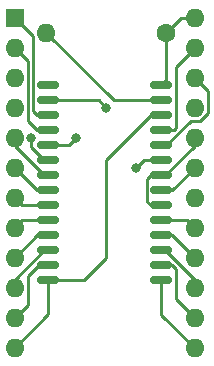
<source format=gtl>
G04 #@! TF.GenerationSoftware,KiCad,Pcbnew,7.0.9*
G04 #@! TF.CreationDate,2024-04-24T12:06:22-07:00*
G04 #@! TF.ProjectId,sop28-to-dip-24-rom-adapter,736f7032-382d-4746-9f2d-6469702d3234,2B*
G04 #@! TF.SameCoordinates,Original*
G04 #@! TF.FileFunction,Copper,L1,Top*
G04 #@! TF.FilePolarity,Positive*
%FSLAX46Y46*%
G04 Gerber Fmt 4.6, Leading zero omitted, Abs format (unit mm)*
G04 Created by KiCad (PCBNEW 7.0.9) date 2024-04-24 12:06:22*
%MOMM*%
%LPD*%
G01*
G04 APERTURE LIST*
G04 Aperture macros list*
%AMRoundRect*
0 Rectangle with rounded corners*
0 $1 Rounding radius*
0 $2 $3 $4 $5 $6 $7 $8 $9 X,Y pos of 4 corners*
0 Add a 4 corners polygon primitive as box body*
4,1,4,$2,$3,$4,$5,$6,$7,$8,$9,$2,$3,0*
0 Add four circle primitives for the rounded corners*
1,1,$1+$1,$2,$3*
1,1,$1+$1,$4,$5*
1,1,$1+$1,$6,$7*
1,1,$1+$1,$8,$9*
0 Add four rect primitives between the rounded corners*
20,1,$1+$1,$2,$3,$4,$5,0*
20,1,$1+$1,$4,$5,$6,$7,0*
20,1,$1+$1,$6,$7,$8,$9,0*
20,1,$1+$1,$8,$9,$2,$3,0*%
G04 Aperture macros list end*
G04 #@! TA.AperFunction,ComponentPad*
%ADD10C,1.600000*%
G04 #@! TD*
G04 #@! TA.AperFunction,ComponentPad*
%ADD11O,1.600000X1.600000*%
G04 #@! TD*
G04 #@! TA.AperFunction,SMDPad,CuDef*
%ADD12RoundRect,0.150000X-0.750000X-0.150000X0.750000X-0.150000X0.750000X0.150000X-0.750000X0.150000X0*%
G04 #@! TD*
G04 #@! TA.AperFunction,ComponentPad*
%ADD13R,1.600000X1.600000*%
G04 #@! TD*
G04 #@! TA.AperFunction,ViaPad*
%ADD14C,0.800000*%
G04 #@! TD*
G04 #@! TA.AperFunction,Conductor*
%ADD15C,0.250000*%
G04 #@! TD*
G04 APERTURE END LIST*
D10*
X139700000Y-82550000D03*
D11*
X129540000Y-82550000D03*
D12*
X129665000Y-87000000D03*
X129665000Y-88270000D03*
X129665000Y-89540000D03*
X129665000Y-90810000D03*
X129665000Y-92080000D03*
X129665000Y-93350000D03*
X129665000Y-94620000D03*
X129665000Y-95890000D03*
X129665000Y-97160000D03*
X129665000Y-98430000D03*
X129665000Y-99700000D03*
X129665000Y-100970000D03*
X129665000Y-102240000D03*
X129665000Y-103510000D03*
X139265000Y-103510000D03*
X139265000Y-102240000D03*
X139265000Y-100970000D03*
X139265000Y-99700000D03*
X139265000Y-98430000D03*
X139265000Y-97160000D03*
X139265000Y-95890000D03*
X139265000Y-94620000D03*
X139265000Y-93350000D03*
X139265000Y-92080000D03*
X139265000Y-90810000D03*
X139265000Y-89540000D03*
X139265000Y-88270000D03*
X139265000Y-87000000D03*
D13*
X126840000Y-81280000D03*
D11*
X126840000Y-83820000D03*
X126840000Y-86360000D03*
X126840000Y-88900000D03*
X126840000Y-91440000D03*
X126840000Y-93980000D03*
X126840000Y-96520000D03*
X126840000Y-99060000D03*
X126840000Y-101600000D03*
X126840000Y-104140000D03*
X126840000Y-106680000D03*
X126840000Y-109220000D03*
X142080000Y-109220000D03*
X142080000Y-106680000D03*
X142080000Y-104140000D03*
X142080000Y-101600000D03*
X142080000Y-99060000D03*
X142080000Y-96520000D03*
X142080000Y-93980000D03*
X142080000Y-91440000D03*
X142080000Y-88900000D03*
X142080000Y-86360000D03*
X142080000Y-83820000D03*
X142080000Y-81280000D03*
D14*
X134620000Y-88900000D03*
X132080000Y-91440000D03*
X128239503Y-91440000D03*
X137160000Y-93980000D03*
D15*
X139700000Y-86565000D02*
X139700000Y-82550000D01*
X139265000Y-87000000D02*
X139700000Y-86565000D01*
X140970000Y-81280000D02*
X142080000Y-81280000D01*
X139700000Y-82550000D02*
X140970000Y-81280000D01*
X139265000Y-88270000D02*
X135260000Y-88270000D01*
X135260000Y-88270000D02*
X129540000Y-82550000D01*
X134620000Y-93285001D02*
X138365001Y-89540000D01*
X126840000Y-109220000D02*
X129665000Y-106395000D01*
X134620000Y-101600000D02*
X134620000Y-93285001D01*
X129665000Y-106395000D02*
X129665000Y-103510000D01*
X138365001Y-89540000D02*
X139265000Y-89540000D01*
X129665000Y-103510000D02*
X132710000Y-103510000D01*
X132710000Y-103510000D02*
X134620000Y-101600000D01*
X133990000Y-88270000D02*
X129665000Y-88270000D01*
X134620000Y-88900000D02*
X133990000Y-88270000D01*
X128415000Y-82855000D02*
X126840000Y-81280000D01*
X129665000Y-89540000D02*
X128765001Y-89540000D01*
X128415000Y-89189999D02*
X128415000Y-82855000D01*
X128765001Y-89540000D02*
X128415000Y-89189999D01*
X127965000Y-84945000D02*
X126840000Y-83820000D01*
X128765001Y-90810000D02*
X127965000Y-90009999D01*
X129665000Y-90810000D02*
X128765001Y-90810000D01*
X127965000Y-90009999D02*
X127965000Y-84945000D01*
X131440000Y-92080000D02*
X132080000Y-91440000D01*
X129665000Y-92080000D02*
X131440000Y-92080000D01*
X128239503Y-92230411D02*
X128239503Y-91440000D01*
X129665000Y-93350000D02*
X129359092Y-93350000D01*
X129359092Y-93350000D02*
X128239503Y-92230411D01*
X129665000Y-94620000D02*
X129359092Y-94620000D01*
X126840000Y-92100908D02*
X126840000Y-91440000D01*
X129359092Y-94620000D02*
X126840000Y-92100908D01*
X129665000Y-95890000D02*
X128750000Y-95890000D01*
X128750000Y-95890000D02*
X126840000Y-93980000D01*
X129665000Y-97160000D02*
X127480000Y-97160000D01*
X127480000Y-97160000D02*
X126840000Y-96520000D01*
X127470000Y-98430000D02*
X126840000Y-99060000D01*
X129665000Y-98430000D02*
X127470000Y-98430000D01*
X128740000Y-99700000D02*
X126840000Y-101600000D01*
X129665000Y-99700000D02*
X128740000Y-99700000D01*
X129359092Y-100970000D02*
X129665000Y-100970000D01*
X126840000Y-103489092D02*
X129359092Y-100970000D01*
X126840000Y-104140000D02*
X126840000Y-103489092D01*
X127965000Y-105555000D02*
X127965000Y-103175000D01*
X128900000Y-102240000D02*
X129665000Y-102240000D01*
X126840000Y-106680000D02*
X127965000Y-105555000D01*
X127965000Y-103175000D02*
X128900000Y-102240000D01*
X142080000Y-109220000D02*
X139265000Y-106405000D01*
X139265000Y-106405000D02*
X139265000Y-103510000D01*
X140490000Y-105090000D02*
X142080000Y-106680000D01*
X140164999Y-102240000D02*
X140490000Y-102565001D01*
X140490000Y-102565001D02*
X140490000Y-105090000D01*
X139265000Y-102240000D02*
X140164999Y-102240000D01*
X142080000Y-104140000D02*
X142080000Y-103479092D01*
X139570908Y-100970000D02*
X139265000Y-100970000D01*
X142080000Y-103479092D02*
X139570908Y-100970000D01*
X142080000Y-101600000D02*
X140180000Y-99700000D01*
X140180000Y-99700000D02*
X139265000Y-99700000D01*
X139265000Y-98430000D02*
X141450000Y-98430000D01*
X141450000Y-98430000D02*
X142080000Y-99060000D01*
X139265000Y-95890000D02*
X140170000Y-95890000D01*
X140170000Y-95890000D02*
X142080000Y-93980000D01*
X139570908Y-93350000D02*
X139265000Y-93350000D01*
X137790000Y-93350000D02*
X137160000Y-93980000D01*
X142080000Y-96520000D02*
X142080000Y-95859092D01*
X142080000Y-96520000D02*
X142240000Y-96520000D01*
X139265000Y-93350000D02*
X137790000Y-93350000D01*
X139265000Y-92080000D02*
X139696396Y-92080000D01*
X143205000Y-87485000D02*
X142080000Y-86360000D01*
X139696396Y-92080000D02*
X141751396Y-90025000D01*
X142545991Y-90025000D02*
X143205000Y-89365991D01*
X141751396Y-90025000D02*
X142545991Y-90025000D01*
X143205000Y-89365991D02*
X143205000Y-87485000D01*
X140490000Y-85410000D02*
X140490000Y-90650000D01*
X142080000Y-83820000D02*
X140490000Y-85410000D01*
X140490000Y-90650000D02*
X140330000Y-90810000D01*
X140330000Y-90810000D02*
X139265000Y-90810000D01*
X142080000Y-91440000D02*
X142080000Y-92110908D01*
X138365001Y-97160000D02*
X138040000Y-96834999D01*
X138040000Y-96834999D02*
X138040000Y-94945001D01*
X139570908Y-94620000D02*
X139265000Y-94620000D01*
X142080000Y-92110908D02*
X139570908Y-94620000D01*
X139265000Y-97160000D02*
X138365001Y-97160000D01*
X138365001Y-94620000D02*
X139265000Y-94620000D01*
X138040000Y-94945001D02*
X138365001Y-94620000D01*
M02*

</source>
